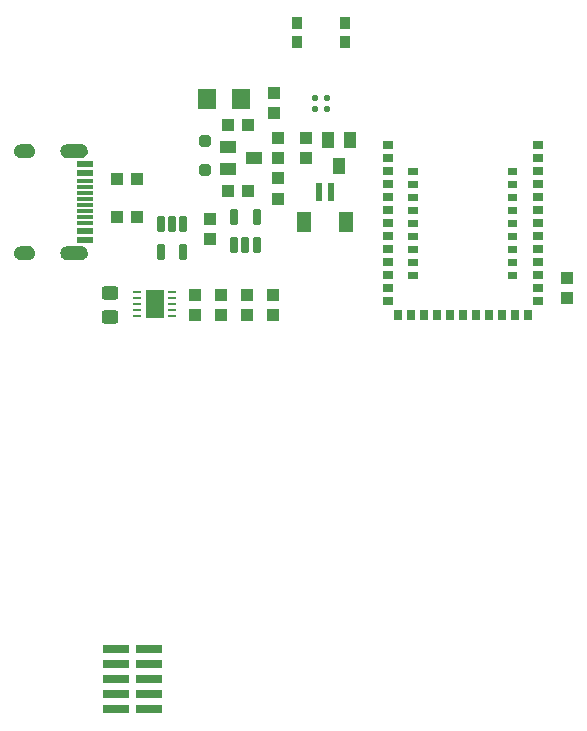
<source format=gbr>
%TF.GenerationSoftware,KiCad,Pcbnew,7.0.6-7.0.6~ubuntu20.04.1*%
%TF.CreationDate,2023-08-02T11:15:27+01:00*%
%TF.ProjectId,concept2creation,636f6e63-6570-4743-9263-72656174696f,rev?*%
%TF.SameCoordinates,Original*%
%TF.FileFunction,Paste,Top*%
%TF.FilePolarity,Positive*%
%FSLAX46Y46*%
G04 Gerber Fmt 4.6, Leading zero omitted, Abs format (unit mm)*
G04 Created by KiCad (PCBNEW 7.0.6-7.0.6~ubuntu20.04.1) date 2023-08-02 11:15:27*
%MOMM*%
%LPD*%
G01*
G04 APERTURE LIST*
G04 Aperture macros list*
%AMRoundRect*
0 Rectangle with rounded corners*
0 $1 Rounding radius*
0 $2 $3 $4 $5 $6 $7 $8 $9 X,Y pos of 4 corners*
0 Add a 4 corners polygon primitive as box body*
4,1,4,$2,$3,$4,$5,$6,$7,$8,$9,$2,$3,0*
0 Add four circle primitives for the rounded corners*
1,1,$1+$1,$2,$3*
1,1,$1+$1,$4,$5*
1,1,$1+$1,$6,$7*
1,1,$1+$1,$8,$9*
0 Add four rect primitives between the rounded corners*
20,1,$1+$1,$2,$3,$4,$5,0*
20,1,$1+$1,$4,$5,$6,$7,0*
20,1,$1+$1,$6,$7,$8,$9,0*
20,1,$1+$1,$8,$9,$2,$3,0*%
G04 Aperture macros list end*
%ADD10R,1.000000X1.100000*%
%ADD11RoundRect,0.250000X0.250000X-0.250000X0.250000X0.250000X-0.250000X0.250000X-0.250000X-0.250000X0*%
%ADD12R,1.000000X1.400000*%
%ADD13R,1.400000X1.000000*%
%ADD14R,1.100000X1.000000*%
%ADD15R,1.450000X0.300000*%
%ADD16R,1.450000X0.600000*%
%ADD17R,1.450000X0.550000*%
%ADD18R,0.706399X0.254800*%
%ADD19R,1.600200X2.387600*%
%ADD20RoundRect,0.045000X-0.255000X-0.630000X0.255000X-0.630000X0.255000X0.630000X-0.255000X0.630000X0*%
%ADD21R,0.900000X1.000000*%
%ADD22R,0.700000X0.899996*%
%ADD23R,0.899996X0.700000*%
%ADD24R,1.600000X1.803000*%
%ADD25R,2.220000X0.740000*%
%ADD26RoundRect,0.250000X0.450000X-0.325000X0.450000X0.325000X-0.450000X0.325000X-0.450000X-0.325000X0*%
%ADD27RoundRect,0.045000X0.255000X0.630000X-0.255000X0.630000X-0.255000X-0.630000X0.255000X-0.630000X0*%
%ADD28RoundRect,0.137500X0.137500X-0.137500X0.137500X0.137500X-0.137500X0.137500X-0.137500X-0.137500X0*%
%ADD29R,0.600000X1.550000*%
%ADD30R,1.200000X1.800000*%
G04 APERTURE END LIST*
%TO.C,J1*%
G36*
X29830195Y-80050684D02*
G01*
X29968426Y-80114354D01*
X30085466Y-80211632D01*
X30173537Y-80336161D01*
X30240052Y-80629669D01*
X30226064Y-80781350D01*
X30173342Y-80924114D01*
X30085466Y-81048368D01*
X29968426Y-81145646D01*
X29830195Y-81209316D01*
X29680426Y-81235000D01*
X28479552Y-81235000D01*
X28331226Y-81208178D01*
X28194706Y-81143791D01*
X28079503Y-81046264D01*
X27993467Y-80922243D01*
X27942462Y-80780181D01*
X27929983Y-80630000D01*
X27942462Y-80479819D01*
X27993467Y-80337757D01*
X28079503Y-80213736D01*
X28194962Y-80115991D01*
X28479219Y-80025000D01*
X29680426Y-80025000D01*
X29830195Y-80050684D01*
G37*
G36*
X25357309Y-80049006D02*
G01*
X25504088Y-80109092D01*
X25630315Y-80205119D01*
X25727593Y-80330811D01*
X25810091Y-80633666D01*
X25788689Y-80791178D01*
X25727387Y-80937455D01*
X25630315Y-81062881D01*
X25504088Y-81158908D01*
X25357309Y-81218994D01*
X25200317Y-81239000D01*
X24599662Y-81239000D01*
X24444115Y-81217860D01*
X24299045Y-81157057D01*
X24174655Y-81060780D01*
X24079422Y-80935588D01*
X24019835Y-80790015D01*
X23999960Y-80634000D01*
X24019835Y-80477985D01*
X24079422Y-80332412D01*
X24174655Y-80207220D01*
X24299311Y-80110737D01*
X24599331Y-80029000D01*
X25200317Y-80029000D01*
X25357309Y-80049006D01*
G37*
G36*
X29830195Y-88690684D02*
G01*
X29968426Y-88754354D01*
X30085466Y-88851632D01*
X30173537Y-88976161D01*
X30240052Y-89269669D01*
X30226064Y-89421350D01*
X30173342Y-89564114D01*
X30085466Y-89688368D01*
X29968426Y-89785646D01*
X29830195Y-89849316D01*
X29680426Y-89875000D01*
X28479552Y-89875000D01*
X28331226Y-89848178D01*
X28194706Y-89783791D01*
X28079503Y-89686264D01*
X27993467Y-89562243D01*
X27942462Y-89420181D01*
X27929983Y-89270000D01*
X27942462Y-89119819D01*
X27993467Y-88977757D01*
X28079503Y-88853736D01*
X28194962Y-88755991D01*
X28479219Y-88665000D01*
X29680426Y-88665000D01*
X29830195Y-88690684D01*
G37*
G36*
X25357309Y-88685006D02*
G01*
X25504088Y-88745092D01*
X25630315Y-88841119D01*
X25727593Y-88966811D01*
X25810091Y-89269666D01*
X25788689Y-89427178D01*
X25727387Y-89573455D01*
X25630315Y-89698881D01*
X25504088Y-89794908D01*
X25357309Y-89854994D01*
X25200317Y-89875000D01*
X24599662Y-89875000D01*
X24444115Y-89853860D01*
X24299045Y-89793057D01*
X24174655Y-89696780D01*
X24079422Y-89571588D01*
X24019835Y-89426015D01*
X23999960Y-89270000D01*
X24019835Y-89113985D01*
X24079422Y-88968412D01*
X24174655Y-88843220D01*
X24299311Y-88746737D01*
X24599331Y-88665000D01*
X25200317Y-88665000D01*
X25357309Y-88685006D01*
G37*
%TO.C,M1*%
G36*
X58200000Y-82650000D02*
G01*
X57400000Y-82650000D01*
X57400000Y-82050000D01*
X58200000Y-82050000D01*
X58200000Y-82650000D01*
G37*
G36*
X58200000Y-83750000D02*
G01*
X57400000Y-83750000D01*
X57400000Y-83150000D01*
X58200000Y-83150000D01*
X58200000Y-83750000D01*
G37*
G36*
X58200000Y-84850000D02*
G01*
X57400000Y-84850000D01*
X57400000Y-84250000D01*
X58200000Y-84250000D01*
X58200000Y-84850000D01*
G37*
G36*
X58200000Y-85950000D02*
G01*
X57400000Y-85950000D01*
X57400000Y-85350000D01*
X58200000Y-85350000D01*
X58200000Y-85950000D01*
G37*
G36*
X58200000Y-87050000D02*
G01*
X57400000Y-87050000D01*
X57400000Y-86450000D01*
X58200000Y-86450000D01*
X58200000Y-87050000D01*
G37*
G36*
X58200000Y-88150000D02*
G01*
X57400000Y-88150000D01*
X57400000Y-87550000D01*
X58200000Y-87550000D01*
X58200000Y-88150000D01*
G37*
G36*
X58200000Y-89250000D02*
G01*
X57400000Y-89250000D01*
X57400000Y-88650000D01*
X58200000Y-88650000D01*
X58200000Y-89250000D01*
G37*
G36*
X58200000Y-90350000D02*
G01*
X57400000Y-90350000D01*
X57400000Y-89750000D01*
X58200000Y-89750000D01*
X58200000Y-90350000D01*
G37*
G36*
X58200000Y-91450000D02*
G01*
X57400000Y-91450000D01*
X57400000Y-90850000D01*
X58200000Y-90850000D01*
X58200000Y-91450000D01*
G37*
G36*
X66600000Y-82650000D02*
G01*
X65800000Y-82650000D01*
X65800000Y-82050000D01*
X66600000Y-82050000D01*
X66600000Y-82650000D01*
G37*
G36*
X66600000Y-83750000D02*
G01*
X65800000Y-83750000D01*
X65800000Y-83150000D01*
X66600000Y-83150000D01*
X66600000Y-83750000D01*
G37*
G36*
X66600000Y-84850000D02*
G01*
X65800000Y-84850000D01*
X65800000Y-84250000D01*
X66600000Y-84250000D01*
X66600000Y-84850000D01*
G37*
G36*
X66600000Y-85950000D02*
G01*
X65800000Y-85950000D01*
X65800000Y-85350000D01*
X66600000Y-85350000D01*
X66600000Y-85950000D01*
G37*
G36*
X66600000Y-87050000D02*
G01*
X65800000Y-87050000D01*
X65800000Y-86450000D01*
X66600000Y-86450000D01*
X66600000Y-87050000D01*
G37*
G36*
X66600000Y-88150000D02*
G01*
X65800000Y-88150000D01*
X65800000Y-87550000D01*
X66600000Y-87550000D01*
X66600000Y-88150000D01*
G37*
G36*
X66600000Y-89250000D02*
G01*
X65800000Y-89250000D01*
X65800000Y-88650000D01*
X66600000Y-88650000D01*
X66600000Y-89250000D01*
G37*
G36*
X66600000Y-90350000D02*
G01*
X65800000Y-90350000D01*
X65800000Y-89750000D01*
X66600000Y-89750000D01*
X66600000Y-90350000D01*
G37*
G36*
X66600000Y-91450000D02*
G01*
X65800000Y-91450000D01*
X65800000Y-90850000D01*
X66600000Y-90850000D01*
X66600000Y-91450000D01*
G37*
%TD*%
D10*
%TO.C,R99*%
X32750000Y-83000000D03*
X34450000Y-83000000D03*
%TD*%
%TO.C,R100*%
X32750000Y-86200000D03*
X34450000Y-86200000D03*
%TD*%
D11*
%TO.C,D122*%
X40200000Y-82250000D03*
X40200000Y-79750000D03*
%TD*%
D10*
%TO.C,C2*%
X42150000Y-84000000D03*
X43850000Y-84000000D03*
%TD*%
D12*
%TO.C,U2*%
X52489600Y-79700000D03*
X50589600Y-79700000D03*
X51539600Y-81900000D03*
%TD*%
D13*
%TO.C,Q6*%
X42100000Y-80250000D03*
X42100000Y-82150000D03*
X44300000Y-81200000D03*
%TD*%
D14*
%TO.C,R90*%
X46339600Y-84650000D03*
X46339600Y-82950000D03*
%TD*%
%TO.C,R92*%
X46339600Y-81250000D03*
X46339600Y-79550000D03*
%TD*%
%TO.C,R95*%
X40600000Y-88049000D03*
X40600000Y-86349000D03*
%TD*%
D15*
%TO.C,J1*%
X30000000Y-83700000D03*
X30000000Y-84700000D03*
X30000000Y-85200000D03*
X30000000Y-86200000D03*
X30000000Y-86700000D03*
X30000000Y-85700000D03*
X30000000Y-84200000D03*
X30000000Y-83200000D03*
D16*
X30000000Y-81725000D03*
X30000000Y-88175000D03*
D17*
X30000000Y-82500000D03*
X30000000Y-87400000D03*
%TD*%
D14*
%TO.C,C5*%
X41495801Y-92802000D03*
X41495801Y-94502000D03*
%TD*%
%TO.C,C3*%
X45895801Y-92802000D03*
X45895801Y-94502000D03*
%TD*%
D18*
%TO.C,U3*%
X34407600Y-92599999D03*
X34407600Y-93100001D03*
X34407600Y-93600000D03*
X34407600Y-94099999D03*
X34407600Y-94600001D03*
X37400000Y-94600001D03*
X37400000Y-94099999D03*
X37400000Y-93600000D03*
X37400000Y-93100001D03*
X37400000Y-92599999D03*
D19*
X35903800Y-93600000D03*
%TD*%
D20*
%TO.C,VREG1*%
X38350000Y-86815000D03*
X37400000Y-86815000D03*
X36450000Y-86815000D03*
X36450000Y-89185000D03*
X38350000Y-89185000D03*
%TD*%
D21*
%TO.C,S1*%
X52050000Y-69800000D03*
X47950000Y-69800000D03*
X47950000Y-71400000D03*
X52050000Y-71400000D03*
%TD*%
D22*
%TO.C,M1*%
X67500009Y-94550000D03*
X66400012Y-94550000D03*
D23*
X55650022Y-80150004D03*
X68350021Y-93350003D03*
X68350021Y-80150004D03*
X55650022Y-86750015D03*
X55650022Y-85649994D03*
X55650022Y-92250003D03*
X55650022Y-93350003D03*
D22*
X57600032Y-94550000D03*
D23*
X68350021Y-82350000D03*
X68350021Y-81250000D03*
D22*
X59800000Y-94550000D03*
X64200015Y-94550000D03*
X63100018Y-94550000D03*
X62000021Y-94550000D03*
D23*
X68350021Y-92250003D03*
D22*
X60899997Y-94550000D03*
D23*
X55650022Y-87850012D03*
X55650022Y-88950012D03*
X55650022Y-90050009D03*
X55650022Y-91150006D03*
X68350021Y-91150006D03*
X68350021Y-88950012D03*
X68350021Y-87850012D03*
X68350021Y-90050009D03*
X68350021Y-84550019D03*
X68350021Y-83450022D03*
D22*
X58700004Y-94550000D03*
D23*
X55650022Y-82350000D03*
X55650022Y-81250000D03*
X55650022Y-83450022D03*
X55650022Y-84549994D03*
X68350021Y-86750015D03*
X68350021Y-85649994D03*
D22*
X65300015Y-94550000D03*
X56500007Y-94550000D03*
%TD*%
D14*
%TO.C,R91*%
X70800000Y-93050000D03*
X70800000Y-91350000D03*
%TD*%
D10*
%TO.C,C1*%
X43850000Y-78400000D03*
X42150000Y-78400000D03*
%TD*%
D14*
%TO.C,R98*%
X48739600Y-81250000D03*
X48739600Y-79550000D03*
%TD*%
%TO.C,C4*%
X43695801Y-92802000D03*
X43695801Y-94502000D03*
%TD*%
%TO.C,R1*%
X39295801Y-94502000D03*
X39295801Y-92802000D03*
%TD*%
D24*
%TO.C,FUSE1*%
X40378000Y-76200000D03*
X43222000Y-76200000D03*
%TD*%
D25*
%TO.C,J3*%
X32670000Y-127890000D03*
X35400000Y-127890000D03*
X32670000Y-126620000D03*
X35400000Y-126620000D03*
X32670000Y-125350000D03*
X35400000Y-125350000D03*
X32670000Y-124080000D03*
X35400000Y-124080000D03*
X32670000Y-122810000D03*
X35400000Y-122810000D03*
%TD*%
D14*
%TO.C,R96*%
X46000000Y-75750000D03*
X46000000Y-77450000D03*
%TD*%
D26*
%TO.C,L1*%
X32095801Y-94677000D03*
X32095801Y-92627000D03*
%TD*%
D27*
%TO.C,U1*%
X42650000Y-88585000D03*
X43600000Y-88585000D03*
X44550000Y-88585000D03*
X44550000Y-86215000D03*
X42650000Y-86215000D03*
%TD*%
D28*
%TO.C,LED1*%
X50475000Y-77075000D03*
X50475000Y-76125000D03*
X49525000Y-76125000D03*
X49525000Y-77075000D03*
%TD*%
D29*
%TO.C,X1*%
X50839600Y-84075000D03*
X49839600Y-84075000D03*
D30*
X52139600Y-86600000D03*
X48539600Y-86600000D03*
%TD*%
M02*

</source>
